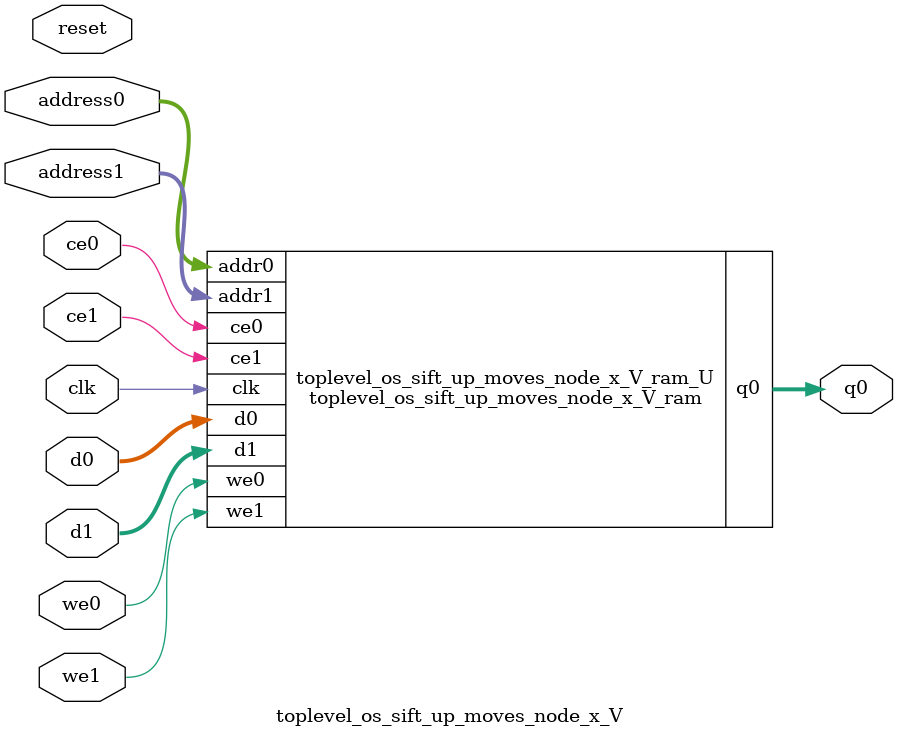
<source format=v>
`timescale 1 ns / 1 ps
module toplevel_os_sift_up_moves_node_x_V_ram (addr0, ce0, d0, we0, q0, addr1, ce1, d1, we1,  clk);

parameter DWIDTH = 9;
parameter AWIDTH = 4;
parameter MEM_SIZE = 16;

input[AWIDTH-1:0] addr0;
input ce0;
input[DWIDTH-1:0] d0;
input we0;
output reg[DWIDTH-1:0] q0;
input[AWIDTH-1:0] addr1;
input ce1;
input[DWIDTH-1:0] d1;
input we1;
input clk;

reg [DWIDTH-1:0] ram[0:MEM_SIZE-1];




always @(posedge clk)  
begin 
    if (ce0) begin
        if (we0) 
            ram[addr0] <= d0; 
        q0 <= ram[addr0];
    end
end


always @(posedge clk)  
begin 
    if (ce1) begin
        if (we1) 
            ram[addr1] <= d1; 
    end
end


endmodule

`timescale 1 ns / 1 ps
module toplevel_os_sift_up_moves_node_x_V(
    reset,
    clk,
    address0,
    ce0,
    we0,
    d0,
    q0,
    address1,
    ce1,
    we1,
    d1);

parameter DataWidth = 32'd9;
parameter AddressRange = 32'd16;
parameter AddressWidth = 32'd4;
input reset;
input clk;
input[AddressWidth - 1:0] address0;
input ce0;
input we0;
input[DataWidth - 1:0] d0;
output[DataWidth - 1:0] q0;
input[AddressWidth - 1:0] address1;
input ce1;
input we1;
input[DataWidth - 1:0] d1;



toplevel_os_sift_up_moves_node_x_V_ram toplevel_os_sift_up_moves_node_x_V_ram_U(
    .clk( clk ),
    .addr0( address0 ),
    .ce0( ce0 ),
    .we0( we0 ),
    .d0( d0 ),
    .q0( q0 ),
    .addr1( address1 ),
    .ce1( ce1 ),
    .we1( we1 ),
    .d1( d1 ));

endmodule


</source>
